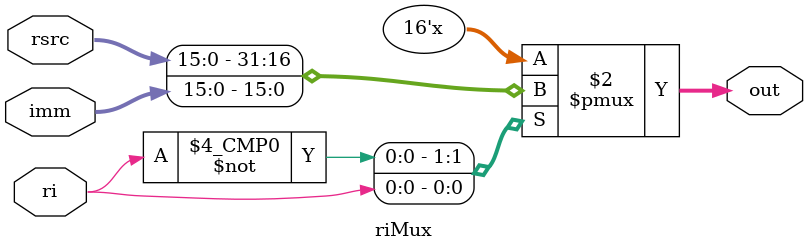
<source format=v>
`timescale 1ns / 1ps


module riMux (rsrc, imm, ri, out);
	
	input ri;
	input [15:0] rsrc, imm;
	output reg[15:0] out;

always @(ri, rsrc, imm)
begin
	case (ri)
	
	1'b0:
		begin
			out = rsrc;
		end
		
	1'b1:
		begin
			out = imm;
		end
	default: out = rsrc;
	endcase
end

endmodule
</source>
